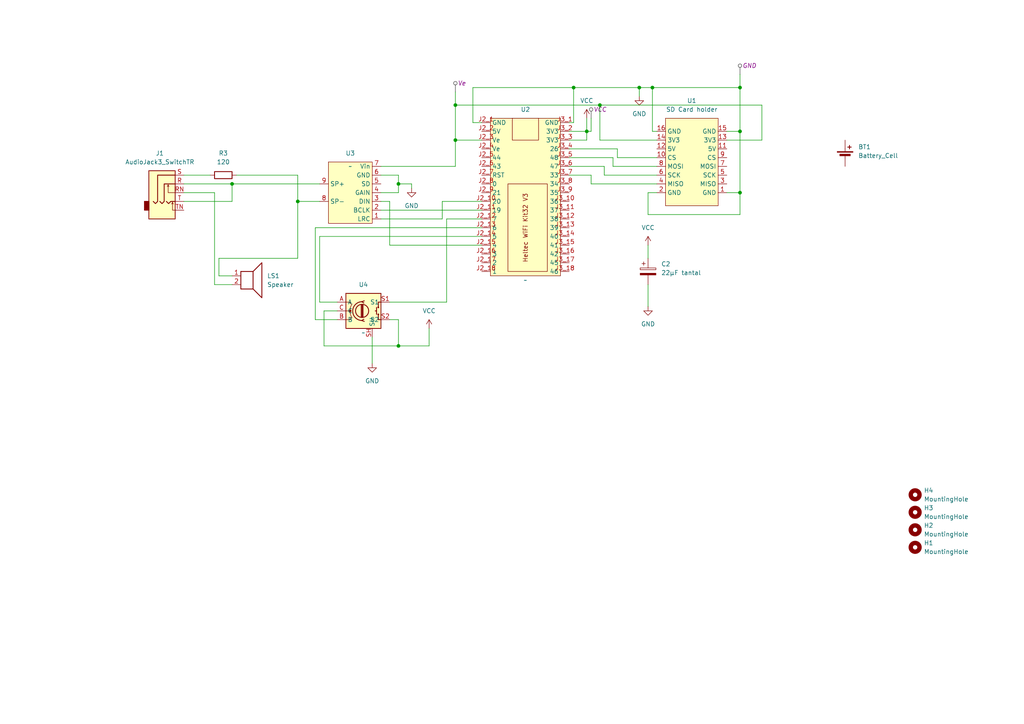
<source format=kicad_sch>
(kicad_sch (version 20230121) (generator eeschema)
  (paper "A4")
  (title_block (title "esp audio book player PCB") (date "2024-01-01") (rev "0.0.1"))
  (lib_symbols
    (symbol "Connector_Audio:AudioJack3_SwitchTR"
      (property "Reference" "J" (at 0 8.89 0))
      (property "Value" "AudioJack3_SwitchTR" (at 0 6.35 0))
      (symbol "AudioJack3_SwitchTR_0_1"
        (rectangle (start -5.08 -5.08) (end -6.35 -7.62) (stroke (width 0.254)) (fill (type outline)))
        (polyline (pts (xy 0.508 -0.254) (xy 0.762 -0.762)))
        (polyline (pts (xy 1.778 -5.334) (xy 2.032 -5.842)))
        (polyline (pts (xy 0 -5.08) (xy 0.635 -5.715) (xy 1.27 -5.08) (xy 2.54 -5.08)) (stroke (width 0.254)))
        (polyline (pts (xy 2.54 -7.62) (xy 1.778 -7.62) (xy 1.778 -5.334) (xy 1.524 -5.842)))
        (polyline (pts (xy 2.54 -2.54) (xy 0.508 -2.54) (xy 0.508 -0.254) (xy 0.254 -0.762)))
        (polyline (pts (xy -1.905 -5.08) (xy -1.27 -5.715) (xy -0.635 -5.08) (xy -0.635 0) (xy 2.54 0)) (stroke (width 0.254)))
        (polyline (pts (xy 2.54 2.54) (xy -2.54 2.54) (xy -2.54 -5.08) (xy -3.175 -5.715) (xy -3.81 -5.08)) (stroke (width 0.254)))
        (rectangle (start 2.54 3.81) (end -5.08 -10.16) (stroke (width 0.254)) (fill (type background)))
      )
      (symbol "AudioJack3_SwitchTR_1_1"
        (pin passive line (at 5.08 0 180) (length 2.54) (name "~") (number "R"))
        (pin passive line (at 5.08 -2.54 180) (length 2.54) (name "~") (number "RN"))
        (pin passive line (at 5.08 2.54 180) (length 2.54) (name "~") (number "S"))
        (pin passive line (at 5.08 -5.08 180) (length 2.54) (name "~") (number "T"))
        (pin passive line (at 5.08 -7.62 180) (length 2.54) (name "~") (number "TN"))
      )
    )
    (symbol "Device:Battery_Cell" (pin_numbers hide) (pin_names (offset 0) hide)
      (property "Reference" "BT" (at 2.54 2.54 0))
      (property "Value" "Battery_Cell" (at 2.54 0 0))
      (symbol "Battery_Cell_0_1"
        (rectangle (start -2.286 1.778) (end 2.286 1.524) (fill (type outline)))
        (rectangle (start -1.524 1.016) (end 1.524 0.508) (fill (type outline)))
        (polyline (pts (xy 0 0.762) (xy 0 0)))
        (polyline (pts (xy 0 1.778) (xy 0 2.54)))
        (polyline (pts (xy 0.762 3.048) (xy 1.778 3.048)) (stroke (width 0.254)))
        (polyline (pts (xy 1.27 3.556) (xy 1.27 2.54)) (stroke (width 0.254)))
      )
      (symbol "Battery_Cell_1_1"
        (pin passive line (at 0 5.08 270) (length 2.54) (name "+") (number "1"))
        (pin passive line (at 0 -2.54 90) (length 2.54) (name "-") (number "2"))
      )
    )
    (symbol "Device:C_Polarized" (pin_numbers hide) (pin_names (offset 0.254))
      (property "Reference" "C" (at 0.635 2.54 0))
      (property "Value" "C_Polarized" (at 0.635 -2.54 0))
      (symbol "C_Polarized_0_1"
        (rectangle (start -2.286 0.508) (end 2.286 1.016))
        (polyline (pts (xy -1.778 2.286) (xy -0.762 2.286)))
        (polyline (pts (xy -1.27 2.794) (xy -1.27 1.778)))
        (rectangle (start 2.286 -0.508) (end -2.286 -1.016) (fill (type outline)))
      )
      (symbol "C_Polarized_1_1"
        (pin passive line (at 0 3.81 270) (length 2.794) (name "~") (number "1"))
        (pin passive line (at 0 -3.81 90) (length 2.794) (name "~") (number "2"))
      )
    )
    (symbol "Device:R" (pin_numbers hide) (pin_names (offset 0))
      (property "Reference" "R" (at 2.032 0 90))
      (property "Value" "R" (at 0 0 90))
      (symbol "R_0_1"
        (rectangle (start -1.016 -2.54) (end 1.016 2.54) (stroke (width 0.254)))
      )
      (symbol "R_1_1"
        (pin passive line (at 0 3.81 270) (length 1.27) (name "~") (number "1"))
        (pin passive line (at 0 -3.81 90) (length 1.27) (name "~") (number "2"))
      )
    )
    (symbol "Device:Speaker" (pin_names (offset 0) hide)
      (property "Reference" "LS" (at 1.27 5.715 0))
      (property "Value" "Speaker" (at 1.27 3.81 0))
      (symbol "Speaker_0_0"
        (rectangle (start -2.54 1.27) (end 1.016 -3.81) (stroke (width 0.254)))
        (polyline (pts (xy 1.016 1.27) (xy 3.556 3.81) (xy 3.556 -6.35) (xy 1.016 -3.81)) (stroke (width 0.254)))
      )
      (symbol "Speaker_1_1"
        (pin input line (at -5.08 0 0) (length 2.54) (name "1") (number "1"))
        (pin input line (at -5.08 -2.54 0) (length 2.54) (name "2") (number "2"))
      )
    )
    (symbol "Mechanical:MountingHole" (pin_names (offset 1.016))
      (property "Reference" "H" (at 0 5.08 0))
      (property "Value" "MountingHole" (at 0 3.175 0))
      (symbol "MountingHole_0_1"
        (circle (center 0 0) (radius 1.27) (stroke (width 1.27)))
      )
    )
    (symbol "esp audio book player components:Heltec_WiFi_Kit32_V3"
      (property "Reference" "U" (at 0 0 0))
      (symbol "Heltec_WiFi_Kit32_V3_1_1"
        (rectangle (start -10.16 46.99) (end 10.16 1.27) (fill (type background)))
        (rectangle (start -5.08 27.94) (end 6.35 2.54))
        (rectangle (start -3.81 46.99) (end 3.81 40.64))
        (text "Heltec WiFi Kit32 V3" (at 0 15.24 900) (effects (font (size 1.27 1.27))))
        (pin power_in line (at -12.7 45.72 0) (length 2.54) (name "GND") (number "J2_1"))
        (pin bidirectional line (at -12.7 22.86 0) (length 2.54) (name "20") (number "J2_10"))
        (pin bidirectional line (at -12.7 20.32 0) (length 2.54) (name "19") (number "J2_11"))
        (pin bidirectional line (at -12.7 17.78 0) (length 2.54) (name "7") (number "J2_12"))
        (pin bidirectional line (at -12.7 15.24 0) (length 2.54) (name "6") (number "J2_13"))
        (pin bidirectional line (at -12.7 12.7 0) (length 2.54) (name "5") (number "J2_14"))
        (pin bidirectional line (at -12.7 10.16 0) (length 2.54) (name "4") (number "J2_15"))
        (pin bidirectional line (at -12.7 7.62 0) (length 2.54) (name "3") (number "J2_16"))
        (pin bidirectional line (at -12.7 5.08 0) (length 2.54) (name "2") (number "J2_17"))
        (pin bidirectional line (at -12.7 2.54 0) (length 2.54) (name "1") (number "J2_18"))
        (pin power_in line (at -12.7 43.18 0) (length 2.54) (name "5V") (number "J2_2"))
        (pin power_out line (at -12.7 40.64 0) (length 2.54) (name "Ve") (number "J2_3"))
        (pin power_out line (at -12.7 38.1 0) (length 2.54) (name "Ve") (number "J2_4"))
        (pin bidirectional line (at -12.7 35.56 0) (length 2.54) (name "44") (number "J2_5"))
        (pin bidirectional line (at -12.7 33.02 0) (length 2.54) (name "43") (number "J2_6"))
        (pin bidirectional line (at -12.7 30.48 0) (length 2.54) (name "RST") (number "J2_7"))
        (pin bidirectional line (at -12.7 27.94 0) (length 2.54) (name "0") (number "J2_8"))
        (pin bidirectional line (at -12.7 25.4 0) (length 2.54) (name "21") (number "J2_9"))
        (pin power_in line (at 12.7 45.72 180) (length 2.54) (name "GND") (number "J3_1"))
        (pin bidirectional line (at 12.7 22.86 180) (length 2.54) (name "36") (number "J3_10"))
        (pin bidirectional line (at 12.7 20.32 180) (length 2.54) (name "37") (number "J3_11"))
        (pin bidirectional line (at 12.7 17.78 180) (length 2.54) (name "38") (number "J3_12"))
        (pin bidirectional line (at 12.7 15.24 180) (length 2.54) (name "39") (number "J3_13"))
        (pin bidirectional line (at 12.7 12.7 180) (length 2.54) (name "40") (number "J3_14"))
        (pin bidirectional line (at 12.7 10.16 180) (length 2.54) (name "41") (number "J3_15"))
        (pin bidirectional line (at 12.7 7.62 180) (length 2.54) (name "42") (number "J3_16"))
        (pin bidirectional line (at 12.7 5.08 180) (length 2.54) (name "45") (number "J3_17"))
        (pin bidirectional line (at 12.7 2.54 180) (length 2.54) (name "46") (number "J3_18"))
        (pin power_out line (at 12.7 43.18 180) (length 2.54) (name "3V3") (number "J3_2"))
        (pin power_out line (at 12.7 40.64 180) (length 2.54) (name "3V3") (number "J3_3"))
        (pin bidirectional line (at 12.7 38.1 180) (length 2.54) (name "26") (number "J3_4"))
        (pin bidirectional line (at 12.7 35.56 180) (length 2.54) (name "48") (number "J3_5"))
        (pin bidirectional line (at 12.7 33.02 180) (length 2.54) (name "47") (number "J3_6"))
        (pin bidirectional line (at 12.7 30.48 180) (length 2.54) (name "33") (number "J3_7"))
        (pin bidirectional line (at 12.7 27.94 180) (length 2.54) (name "34") (number "J3_8"))
        (pin bidirectional line (at 12.7 25.4 180) (length 2.54) (name "35") (number "J3_9"))
      )
    )
    (symbol "esp audio book player components:MAX98357A_BREAKOUT"
      (property "Reference" "U" (at 0 0 0))
      (symbol "MAX98357A_BREAKOUT_1_1"
        (rectangle (start -6.35 17.78) (end 6.35 0) (fill (type background)))
        (pin input line (at -8.89 16.51 0) (length 2.54) (name "LRC") (number "1"))
        (pin input line (at -8.89 13.97 0) (length 2.54) (name "BCLK") (number "2"))
        (pin input line (at -8.89 11.43 0) (length 2.54) (name "DIN") (number "3"))
        (pin input line (at -8.89 8.89 0) (length 2.54) (name "GAIN") (number "4"))
        (pin input line (at -8.89 6.35 0) (length 2.54) (name "SD") (number "5"))
        (pin power_in line (at -8.89 3.81 0) (length 2.54) (name "GND") (number "6"))
        (pin power_in line (at -8.89 1.27 0) (length 2.54) (name "Vin") (number "7"))
        (pin output line (at 8.89 11.43 180) (length 2.54) (name "SP-") (number "8"))
        (pin output line (at 8.89 6.35 180) (length 2.54) (name "SP+") (number "9"))
      )
    )
    (symbol "esp audio book player components:PEC16_ENCODER"
      (property "Reference" "U" (at -3.81 6.35 0))
      (symbol "PEC16_ENCODER_0_1"
        (rectangle (start -5.08 17.78) (end 5.08 7.62) (stroke (width 0.254)) (fill (type background)))
        (circle (center -3.81 12.7) (radius 0.254) (fill (type outline)))
        (circle (center -0.381 12.7) (radius 1.905) (stroke (width 0.254)))
        (arc (start -0.381 15.367) (mid -3.0988 12.6365) (end -0.381 9.906) (stroke (width 0.254)))
        (polyline (pts (xy -0.635 10.922) (xy -0.635 14.478)) (stroke (width 0.254)))
        (polyline (pts (xy -0.381 10.922) (xy -0.381 14.478)) (stroke (width 0.254)))
        (polyline (pts (xy -0.127 14.478) (xy -0.127 10.922)) (stroke (width 0.254)))
        (polyline (pts (xy 3.81 12.7) (xy 3.429 12.7)) (stroke (width 0.254)))
        (polyline (pts (xy 3.81 13.716) (xy 3.81 11.684)) (stroke (width 0.254)))
        (polyline (pts (xy -5.08 10.16) (xy -3.81 10.16) (xy -3.81 10.668)))
        (polyline (pts (xy -5.08 15.24) (xy -3.81 15.24) (xy -3.81 14.732)))
        (polyline (pts (xy 0.254 9.652) (xy -0.508 9.906) (xy 0.127 10.287)) (stroke (width 0.254)))
        (polyline (pts (xy 0.254 15.621) (xy -0.508 15.367) (xy 0.127 14.986)) (stroke (width 0.254)))
        (polyline (pts (xy 5.08 10.16) (xy 4.318 10.16) (xy 4.318 11.684)) (stroke (width 0.254)))
        (polyline (pts (xy 5.08 15.24) (xy 4.318 15.24) (xy 4.318 13.716)) (stroke (width 0.254)))
        (polyline (pts (xy -5.08 12.7) (xy -3.81 12.7) (xy -3.81 11.684) (xy -3.302 10.668)))
        (polyline (pts (xy -4.318 12.7) (xy -3.81 12.7) (xy -3.81 13.716) (xy -3.302 14.732)))
        (circle (center 4.318 11.684) (radius 0.127) (stroke (width 0.254)))
        (circle (center 4.318 13.716) (radius 0.127) (stroke (width 0.254)))
      )
      (symbol "PEC16_ENCODER_1_1"
        (pin passive line (at -7.62 15.24 0) (length 2.54) (name "A") (number "A"))
        (pin passive line (at -7.62 10.16 0) (length 2.54) (name "B") (number "B"))
        (pin passive line (at -7.62 12.7 0) (length 2.54) (name "C") (number "C"))
        (pin passive line (at 7.62 15.24 180) (length 2.54) (name "S1") (number "S1"))
        (pin passive line (at 7.62 10.16 180) (length 2.54) (name "S2") (number "S2"))
        (pin input line (at 2.54 5.08 90) (length 2.54) (name "SH") (number "SH"))
      )
    )
    (symbol "esp audio book player components:SD_CARD_HOLDER_1"
      (property "Reference" "U" (at 17.78 0 0))
      (property "Value" "SD Card holder" (at 11.43 13.97 0))
      (symbol "SD_CARD_HOLDER_1_1_1"
        (rectangle (start -7.62 26.67) (end 7.62 1.27) (fill (type background)))
        (pin power_in line (at -10.16 5.08 0) (length 2.54) (name "GND") (number "1"))
        (pin input line (at 10.16 15.24 180) (length 2.54) (name "CS") (number "10"))
        (pin power_in line (at -10.16 17.78 0) (length 2.54) (name "5V") (number "11"))
        (pin power_in line (at 10.16 17.78 180) (length 2.54) (name "5V") (number "12"))
        (pin power_in line (at -10.16 20.32 0) (length 2.54) (name "3V3") (number "13"))
        (pin power_in line (at 10.16 20.32 180) (length 2.54) (name "3V3") (number "14"))
        (pin power_in line (at -10.16 22.86 0) (length 2.54) (name "GND") (number "15"))
        (pin power_in line (at 10.16 22.86 180) (length 2.54) (name "GND") (number "16"))
        (pin power_in line (at 10.16 5.08 180) (length 2.54) (name "GND") (number "2"))
        (pin output line (at -10.16 7.62 0) (length 2.54) (name "MISO") (number "3"))
        (pin output line (at 10.16 7.62 180) (length 2.54) (name "MISO") (number "4"))
        (pin input line (at -10.16 10.16 0) (length 2.54) (name "SCK") (number "5"))
        (pin input line (at 10.16 10.16 180) (length 2.54) (name "SCK") (number "6"))
        (pin input line (at -10.16 12.7 0) (length 2.54) (name "MOSI") (number "7"))
        (pin input line (at 10.16 12.7 180) (length 2.54) (name "MOSI") (number "8"))
        (pin input line (at -10.16 15.24 0) (length 2.54) (name "CS") (number "9"))
      )
    )
    (symbol "power:GND" (power) (pin_names (offset 0))
      (property "Value" "GND" (at 0 -3.81 0))
      (symbol "GND_0_1"
        (polyline (pts (xy 0 0) (xy 0 -1.27) (xy 1.27 -1.27) (xy 0 -2.54) (xy -1.27 -1.27) (xy 0 -1.27)))
      )
      (symbol "GND_1_1"
        (pin power_in line (at 0 0 270) (length 0) hide (name "GND") (number "1"))
      )
    )
    (symbol "power:VCC" (power) (pin_names (offset 0))
      (property "Value" "VCC" (at 0 3.81 0))
      (symbol "VCC_0_1"
        (polyline (pts (xy -0.762 1.27) (xy 0 2.54)))
        (polyline (pts (xy 0 0) (xy 0 2.54)))
        (polyline (pts (xy 0 2.54) (xy 0.762 1.27)))
      )
      (symbol "VCC_1_1"
        (pin power_in line (at 0 0 90) (length 0) hide (name "VCC") (number "1"))
      )
    )
  )
  (junction (at 115.57 100.33))
  (junction (at 86.36 58.42))
  (junction (at 166.37 25.4))
  (junction (at 67.31 53.34))
  (junction (at 132.08 30.48))
  (junction (at 173.99 30.48))
  (junction (at 214.63 25.4))
  (junction (at 214.63 38.1))
  (junction (at 189.23 25.4))
  (junction (at 115.57 53.34))
  (junction (at 214.63 55.88))
  (junction (at 170.18 38.1))
  (junction (at 185.42 25.4))
  (junction (at 132.08 40.64))
  (wire (pts (xy 115.57 100.33) (xy 115.57 92.71)))
  (wire (pts (xy 190.5 53.34) (xy 171.45 53.34)))
  (wire (pts (xy 132.08 30.48) (xy 132.08 40.64)))
  (wire (pts (xy 128.27 58.42) (xy 128.27 63.5)))
  (wire (pts (xy 91.44 66.04) (xy 139.7 66.04)))
  (wire (pts (xy 214.63 55.88) (xy 210.82 55.88)))
  (wire (pts (xy 170.18 38.1) (xy 170.18 34.29)))
  (wire (pts (xy 63.5 80.01) (xy 67.31 80.01)))
  (wire (pts (xy 67.31 53.34) (xy 92.71 53.34)))
  (wire (pts (xy 173.99 30.48) (xy 220.98 30.48)))
  (wire (pts (xy 175.26 48.26) (xy 165.1 48.26)))
  (wire (pts (xy 119.38 53.34) (xy 119.38 54.61)))
  (wire (pts (xy 214.63 62.23) (xy 214.63 55.88)))
  (wire (pts (xy 115.57 50.8) (xy 115.57 53.34)))
  (wire (pts (xy 210.82 38.1) (xy 214.63 38.1)))
  (wire (pts (xy 68.58 50.8) (xy 86.36 50.8)))
  (wire (pts (xy 173.99 40.64) (xy 173.99 30.48)))
  (wire (pts (xy 97.79 90.17) (xy 93.98 90.17)))
  (wire (pts (xy 115.57 100.33) (xy 124.46 100.33)))
  (wire (pts (xy 214.63 38.1) (xy 214.63 55.88)))
  (wire (pts (xy 165.1 38.1) (xy 170.18 38.1)))
  (wire (pts (xy 129.54 87.63) (xy 129.54 63.5)))
  (wire (pts (xy 97.79 92.71) (xy 91.44 92.71)))
  (wire (pts (xy 220.98 30.48) (xy 220.98 40.64)))
  (wire (pts (xy 214.63 38.1) (xy 214.63 25.4)))
  (wire (pts (xy 166.37 35.56) (xy 166.37 25.4)))
  (wire (pts (xy 177.8 48.26) (xy 177.8 45.72)))
  (wire (pts (xy 189.23 25.4) (xy 189.23 38.1)))
  (wire (pts (xy 115.57 55.88) (xy 115.57 53.34)))
  (wire (pts (xy 187.96 55.88) (xy 187.96 62.23)))
  (wire (pts (xy 165.1 40.64) (xy 170.18 40.64)))
  (wire (pts (xy 62.23 55.88) (xy 62.23 82.55)))
  (wire (pts (xy 170.18 40.64) (xy 170.18 38.1)))
  (wire (pts (xy 190.5 40.64) (xy 173.99 40.64)))
  (wire (pts (xy 53.34 50.8) (xy 60.96 50.8)))
  (wire (pts (xy 214.63 21.59) (xy 214.63 25.4)))
  (wire (pts (xy 165.1 35.56) (xy 166.37 35.56)))
  (wire (pts (xy 113.03 87.63) (xy 129.54 87.63)))
  (wire (pts (xy 190.5 55.88) (xy 187.96 55.88)))
  (wire (pts (xy 171.45 38.1) (xy 170.18 38.1)))
  (wire (pts (xy 179.07 45.72) (xy 179.07 43.18)))
  (wire (pts (xy 128.27 63.5) (xy 110.49 63.5)))
  (wire (pts (xy 115.57 53.34) (xy 119.38 53.34)))
  (wire (pts (xy 185.42 25.4) (xy 185.42 27.94)))
  (wire (pts (xy 171.45 50.8) (xy 165.1 50.8)))
  (wire (pts (xy 86.36 50.8) (xy 86.36 58.42)))
  (wire (pts (xy 92.71 68.58) (xy 139.7 68.58)))
  (wire (pts (xy 110.49 60.96) (xy 139.7 60.96)))
  (wire (pts (xy 137.16 25.4) (xy 166.37 25.4)))
  (wire (pts (xy 189.23 25.4) (xy 185.42 25.4)))
  (wire (pts (xy 190.5 45.72) (xy 179.07 45.72)))
  (wire (pts (xy 187.96 82.55) (xy 187.96 88.9)))
  (wire (pts (xy 137.16 35.56) (xy 137.16 25.4)))
  (wire (pts (xy 175.26 50.8) (xy 175.26 48.26)))
  (wire (pts (xy 139.7 71.12) (xy 113.03 71.12)))
  (wire (pts (xy 166.37 25.4) (xy 185.42 25.4)))
  (wire (pts (xy 67.31 53.34) (xy 67.31 58.42)))
  (wire (pts (xy 132.08 40.64) (xy 139.7 40.64)))
  (wire (pts (xy 124.46 100.33) (xy 124.46 95.25)))
  (wire (pts (xy 190.5 50.8) (xy 175.26 50.8)))
  (wire (pts (xy 129.54 63.5) (xy 139.7 63.5)))
  (wire (pts (xy 53.34 53.34) (xy 67.31 53.34)))
  (wire (pts (xy 86.36 58.42) (xy 92.71 58.42)))
  (wire (pts (xy 220.98 40.64) (xy 210.82 40.64)))
  (wire (pts (xy 67.31 58.42) (xy 53.34 58.42)))
  (wire (pts (xy 171.45 34.29) (xy 171.45 38.1)))
  (wire (pts (xy 132.08 48.26) (xy 132.08 40.64)))
  (wire (pts (xy 97.79 87.63) (xy 92.71 87.63)))
  (wire (pts (xy 173.99 30.48) (xy 132.08 30.48)))
  (wire (pts (xy 107.95 97.79) (xy 107.95 105.41)))
  (wire (pts (xy 187.96 62.23) (xy 214.63 62.23)))
  (wire (pts (xy 110.49 48.26) (xy 132.08 48.26)))
  (wire (pts (xy 139.7 35.56) (xy 137.16 35.56)))
  (wire (pts (xy 187.96 71.12) (xy 187.96 74.93)))
  (wire (pts (xy 190.5 38.1) (xy 189.23 38.1)))
  (wire (pts (xy 139.7 58.42) (xy 128.27 58.42)))
  (wire (pts (xy 171.45 53.34) (xy 171.45 50.8)))
  (wire (pts (xy 132.08 26.67) (xy 132.08 30.48)))
  (wire (pts (xy 177.8 45.72) (xy 165.1 45.72)))
  (wire (pts (xy 53.34 55.88) (xy 62.23 55.88)))
  (wire (pts (xy 110.49 55.88) (xy 115.57 55.88)))
  (wire (pts (xy 189.23 25.4) (xy 214.63 25.4)))
  (wire (pts (xy 110.49 50.8) (xy 115.57 50.8)))
  (wire (pts (xy 93.98 90.17) (xy 93.98 100.33)))
  (wire (pts (xy 92.71 87.63) (xy 92.71 68.58)))
  (wire (pts (xy 179.07 43.18) (xy 165.1 43.18)))
  (wire (pts (xy 86.36 74.93) (xy 63.5 74.93)))
  (wire (pts (xy 86.36 58.42) (xy 86.36 74.93)))
  (wire (pts (xy 93.98 100.33) (xy 115.57 100.33)))
  (wire (pts (xy 63.5 74.93) (xy 63.5 80.01)))
  (wire (pts (xy 113.03 58.42) (xy 110.49 58.42)))
  (wire (pts (xy 62.23 82.55) (xy 67.31 82.55)))
  (wire (pts (xy 113.03 92.71) (xy 115.57 92.71)))
  (wire (pts (xy 113.03 71.12) (xy 113.03 58.42)))
  (wire (pts (xy 91.44 92.71) (xy 91.44 66.04)))
  (wire (pts (xy 190.5 48.26) (xy 177.8 48.26)))
  (netclass_flag "" (length 2.54) (shape round) (at 171.45 34.29 0) (property "Netclass" "VCC" (at 172.1485 31.75 0) (effects (font italic) (justify left))))
  (netclass_flag "" (length 2.54) (shape round) (at 214.63 21.59 0) (property "Netclass" "GND" (at 215.3285 19.05 0) (effects (font italic) (justify left))))
  (netclass_flag "" (length 2.54) (shape round) (at 132.08 26.67 0) (property "Netclass" "Ve" (at 132.7785 24.13 0) (effects (font italic) (justify left))))
  (symbol (lib_id "power:VCC") (at 170.18 34.29 0) (unit 1)
    (property "Reference" "#PWR03" (effects hide))
    (property "Value" "VCC" (at 170.18 29.21 0))
  )
  (symbol (lib_id "esp audio book player components:PEC16_ENCODER") (at 105.41 102.87 0) (unit 1)
    (property "Reference" "U4" (at 105.41 82.55 0))
    (property "Value" "~" (at 105.41 96.52 0))
    (property "Footprint" "components:PEC16" (effects hide))
  )
  (symbol (lib_id "power:VCC") (at 124.46 95.25 0) (unit 1)
    (property "Reference" "#PWR06" (effects hide))
    (property "Value" "VCC" (at 124.46 90.17 0))
  )
  (symbol (lib_id "power:GND") (at 107.95 105.41 0) (unit 1)
    (property "Reference" "#PWR07" (effects hide))
    (property "Value" "GND" (at 107.95 110.49 0))
  )
  (symbol (lib_id "Mechanical:MountingHole") (at 265.43 158.75 0) (unit 1)
    (property "Reference" "H1" (at 267.97 157.48 0) (effects (justify left)))
    (property "Value" "MountingHole" (at 267.97 160.02 0) (effects (justify left)))
    (property "Footprint" "MountingHole:MountingHole_2.7mm" (effects hide))
  )
  (symbol (lib_id "Device:C_Polarized") (at 187.96 78.74 0) (unit 1)
    (property "Reference" "C2" (at 191.77 76.581 0) (effects (justify left)))
    (property "Value" "22µF tantal" (at 191.77 79.121 0) (effects (justify left)))
    (property "Footprint" "Capacitor_THT:CP_Radial_D5.0mm_P2.50mm" (effects hide))
  )
  (symbol (lib_id "esp audio book player components:Heltec_WiFi_Kit32_V3") (at 152.4 81.28 0) (unit 1)
    (property "Reference" "U2" (at 152.4 31.75 0))
    (property "Value" "~" (at 152.4 81.28 0))
    (property "Footprint" "components:Heltec WiFi Kit32 V3" (effects hide))
  )
  (symbol (lib_id "power:GND") (at 187.96 88.9 0) (unit 1)
    (property "Reference" "#PWR09" (effects hide))
    (property "Value" "GND" (at 187.96 93.98 0))
  )
  (symbol (lib_id "power:GND") (at 185.42 27.94 0) (unit 1)
    (property "Reference" "#PWR02" (effects hide))
    (property "Value" "GND" (at 185.42 33.02 0))
  )
  (symbol (lib_id "power:GND") (at 119.38 54.61 0) (unit 1)
    (property "Reference" "#PWR01" (effects hide))
    (property "Value" "GND" (at 119.38 59.69 0))
  )
  (symbol (lib_id "esp audio book player components:SD_CARD_HOLDER_1") (at 200.66 60.96 0) (mirror y) (unit 1)
    (property "Reference" "U1" (at 200.66 29.21 0))
    (property "Value" "SD Card holder" (at 200.66 31.75 0))
    (property "Footprint" "components:SD_CARD_HOLDER_1" (effects hide))
    (property "Datasheet" "../../module datasheets/sd_card_holder_schematic.jpg" (effects hide))
  )
  (symbol (lib_id "Connector_Audio:AudioJack3_SwitchTR") (at 48.26 53.34 0) (unit 1)
    (property "Reference" "J1" (at 46.355 44.45 0))
    (property "Value" "AudioJack3_SwitchTR" (at 46.355 46.99 0))
    (property "Footprint" "Connector_Audio:Jack_3.5mm_CUI_SJ2-3593D-SMT_Horizontal" (effects hide))
  )
  (symbol (lib_id "Mechanical:MountingHole") (at 265.43 153.67 0) (unit 1)
    (property "Reference" "H2" (at 267.97 152.4 0) (effects (justify left)))
    (property "Value" "MountingHole" (at 267.97 154.94 0) (effects (justify left)))
    (property "Footprint" "MountingHole:MountingHole_2.7mm" (effects hide))
  )
  (symbol (lib_id "Device:R") (at 64.77 50.8 90) (unit 1)
    (property "Reference" "R3" (at 64.77 44.45 90))
    (property "Value" "120" (at 64.77 46.99 90))
    (property "Footprint" "Resistor_THT:R_Axial_DIN0309_L9.0mm_D3.2mm_P15.24mm_Horizontal" (effects hide))
  )
  (symbol (lib_id "Device:Speaker") (at 72.39 80.01 0) (unit 1)
    (property "Reference" "LS1" (at 77.47 80.01 0) (effects (justify left)))
    (property "Value" "Speaker" (at 77.47 82.55 0) (effects (justify left)))
    (property "Footprint" "components:OWS-131845W50A-8" (effects hide))
  )
  (symbol (lib_id "power:VCC") (at 187.96 71.12 0) (unit 1)
    (property "Reference" "#PWR08" (effects hide))
    (property "Value" "VCC" (at 187.96 66.04 0))
  )
  (symbol (lib_id "Device:Battery_Cell") (at 245.11 45.72 0) (unit 1)
    (property "Reference" "BT1" (at 248.92 42.6085 0) (effects (justify left)))
    (property "Value" "Battery_Cell" (at 248.92 45.1485 0) (effects (justify left)))
    (property "Footprint" "Battery:BatteryHolder_MPD_BH-18650-PC2" (effects hide))
  )
  (symbol (lib_id "Mechanical:MountingHole") (at 265.43 148.59 0) (unit 1)
    (property "Reference" "H3" (at 267.97 147.32 0) (effects (justify left)))
    (property "Value" "MountingHole" (at 267.97 149.86 0) (effects (justify left)))
    (property "Footprint" "MountingHole:MountingHole_2.7mm" (effects hide))
  )
  (symbol (lib_id "esp audio book player components:MAX98357A_BREAKOUT") (at 101.6 46.99 180) (unit 1)
    (property "Reference" "U3" (at 101.6 44.45 0))
    (property "Value" "~" (at 101.6 48.26 0))
    (property "Footprint" "components:MAX98357A_BREAKOUT" (effects hide))
  )
  (symbol (lib_id "Mechanical:MountingHole") (at 265.43 143.51 0) (unit 1)
    (property "Reference" "H4" (at 267.97 142.24 0) (effects (justify left)))
    (property "Value" "MountingHole" (at 267.97 144.78 0) (effects (justify left)))
    (property "Footprint" "MountingHole:MountingHole_2.7mm" (effects hide))
  )
)
</source>
